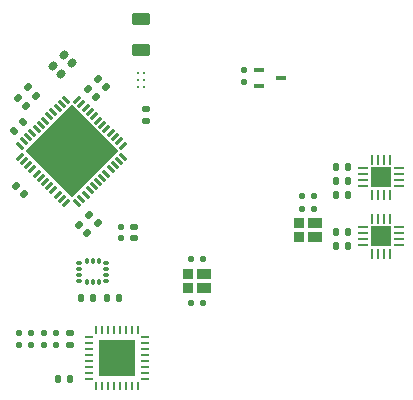
<source format=gtp>
G04*
G04 #@! TF.GenerationSoftware,Altium Limited,Altium Designer,20.0.13 (296)*
G04*
G04 Layer_Color=8421504*
%FSLAX25Y25*%
%MOIN*%
G70*
G01*
G75*
G04:AMPARAMS|DCode=14|XSize=25.59mil|YSize=21.65mil|CornerRadius=5.41mil|HoleSize=0mil|Usage=FLASHONLY|Rotation=270.000|XOffset=0mil|YOffset=0mil|HoleType=Round|Shape=RoundedRectangle|*
%AMROUNDEDRECTD14*
21,1,0.02559,0.01083,0,0,270.0*
21,1,0.01476,0.02165,0,0,270.0*
1,1,0.01083,-0.00541,-0.00738*
1,1,0.01083,-0.00541,0.00738*
1,1,0.01083,0.00541,0.00738*
1,1,0.01083,0.00541,-0.00738*
%
%ADD14ROUNDEDRECTD14*%
%ADD15O,0.03347X0.00984*%
%ADD16O,0.00984X0.03347*%
%ADD17R,0.06693X0.06693*%
%ADD18R,0.00984X0.00984*%
G04:AMPARAMS|DCode=19|XSize=25.59mil|YSize=21.65mil|CornerRadius=5.41mil|HoleSize=0mil|Usage=FLASHONLY|Rotation=45.000|XOffset=0mil|YOffset=0mil|HoleType=Round|Shape=RoundedRectangle|*
%AMROUNDEDRECTD19*
21,1,0.02559,0.01083,0,0,45.0*
21,1,0.01476,0.02165,0,0,45.0*
1,1,0.01083,0.00905,0.00139*
1,1,0.01083,-0.00139,-0.00905*
1,1,0.01083,-0.00905,-0.00139*
1,1,0.01083,0.00139,0.00905*
%
%ADD19ROUNDEDRECTD19*%
G04:AMPARAMS|DCode=20|XSize=21.65mil|YSize=21.65mil|CornerRadius=5.41mil|HoleSize=0mil|Usage=FLASHONLY|Rotation=90.000|XOffset=0mil|YOffset=0mil|HoleType=Round|Shape=RoundedRectangle|*
%AMROUNDEDRECTD20*
21,1,0.02165,0.01083,0,0,90.0*
21,1,0.01083,0.02165,0,0,90.0*
1,1,0.01083,0.00541,0.00541*
1,1,0.01083,0.00541,-0.00541*
1,1,0.01083,-0.00541,-0.00541*
1,1,0.01083,-0.00541,0.00541*
%
%ADD20ROUNDEDRECTD20*%
%ADD21R,0.04528X0.03347*%
%ADD22R,0.03740X0.03347*%
%ADD23R,0.04528X0.03819*%
%ADD24R,0.03740X0.03819*%
%ADD25R,0.03347X0.01772*%
G04:AMPARAMS|DCode=26|XSize=21.65mil|YSize=21.65mil|CornerRadius=5.41mil|HoleSize=0mil|Usage=FLASHONLY|Rotation=0.000|XOffset=0mil|YOffset=0mil|HoleType=Round|Shape=RoundedRectangle|*
%AMROUNDEDRECTD26*
21,1,0.02165,0.01083,0,0,0.0*
21,1,0.01083,0.02165,0,0,0.0*
1,1,0.01083,0.00541,-0.00541*
1,1,0.01083,-0.00541,-0.00541*
1,1,0.01083,-0.00541,0.00541*
1,1,0.01083,0.00541,0.00541*
%
%ADD26ROUNDEDRECTD26*%
%ADD27O,0.01378X0.02362*%
%ADD28O,0.02362X0.01378*%
%ADD29O,0.00984X0.02756*%
%ADD30O,0.02756X0.00984*%
%ADD31R,0.12402X0.12402*%
G04:AMPARAMS|DCode=32|XSize=25.59mil|YSize=21.65mil|CornerRadius=5.41mil|HoleSize=0mil|Usage=FLASHONLY|Rotation=180.000|XOffset=0mil|YOffset=0mil|HoleType=Round|Shape=RoundedRectangle|*
%AMROUNDEDRECTD32*
21,1,0.02559,0.01083,0,0,180.0*
21,1,0.01476,0.02165,0,0,180.0*
1,1,0.01083,-0.00738,0.00541*
1,1,0.01083,0.00738,0.00541*
1,1,0.01083,0.00738,-0.00541*
1,1,0.01083,-0.00738,-0.00541*
%
%ADD32ROUNDEDRECTD32*%
%ADD33P,0.31180X4X180.0*%
G04:AMPARAMS|DCode=34|XSize=9.84mil|YSize=33.47mil|CornerRadius=0mil|HoleSize=0mil|Usage=FLASHONLY|Rotation=135.000|XOffset=0mil|YOffset=0mil|HoleType=Round|Shape=Round|*
%AMOVALD34*
21,1,0.02362,0.00984,0.00000,0.00000,225.0*
1,1,0.00984,0.00835,0.00835*
1,1,0.00984,-0.00835,-0.00835*
%
%ADD34OVALD34*%

G04:AMPARAMS|DCode=35|XSize=9.84mil|YSize=33.47mil|CornerRadius=0mil|HoleSize=0mil|Usage=FLASHONLY|Rotation=225.000|XOffset=0mil|YOffset=0mil|HoleType=Round|Shape=Round|*
%AMOVALD35*
21,1,0.02362,0.00984,0.00000,0.00000,315.0*
1,1,0.00984,-0.00835,0.00835*
1,1,0.00984,0.00835,-0.00835*
%
%ADD35OVALD35*%

G04:AMPARAMS|DCode=36|XSize=39.37mil|YSize=62.99mil|CornerRadius=9.84mil|HoleSize=0mil|Usage=FLASHONLY|Rotation=90.000|XOffset=0mil|YOffset=0mil|HoleType=Round|Shape=RoundedRectangle|*
%AMROUNDEDRECTD36*
21,1,0.03937,0.04331,0,0,90.0*
21,1,0.01968,0.06299,0,0,90.0*
1,1,0.01968,0.02165,0.00984*
1,1,0.01968,0.02165,-0.00984*
1,1,0.01968,-0.02165,-0.00984*
1,1,0.01968,-0.02165,0.00984*
%
%ADD36ROUNDEDRECTD36*%
G04:AMPARAMS|DCode=37|XSize=27.56mil|YSize=29.53mil|CornerRadius=6.89mil|HoleSize=0mil|Usage=FLASHONLY|Rotation=315.000|XOffset=0mil|YOffset=0mil|HoleType=Round|Shape=RoundedRectangle|*
%AMROUNDEDRECTD37*
21,1,0.02756,0.01575,0,0,315.0*
21,1,0.01378,0.02953,0,0,315.0*
1,1,0.01378,-0.00070,-0.01044*
1,1,0.01378,-0.01044,-0.00070*
1,1,0.01378,0.00070,0.01044*
1,1,0.01378,0.01044,0.00070*
%
%ADD37ROUNDEDRECTD37*%
G04:AMPARAMS|DCode=38|XSize=25.59mil|YSize=21.65mil|CornerRadius=5.41mil|HoleSize=0mil|Usage=FLASHONLY|Rotation=135.000|XOffset=0mil|YOffset=0mil|HoleType=Round|Shape=RoundedRectangle|*
%AMROUNDEDRECTD38*
21,1,0.02559,0.01083,0,0,135.0*
21,1,0.01476,0.02165,0,0,135.0*
1,1,0.01083,-0.00139,0.00905*
1,1,0.01083,0.00905,-0.00139*
1,1,0.01083,0.00139,-0.00905*
1,1,0.01083,-0.00905,0.00139*
%
%ADD38ROUNDEDRECTD38*%
D14*
X39764Y46260D02*
D03*
X35827D02*
D03*
X23524Y19291D02*
D03*
X19587D02*
D03*
X116142Y90059D02*
D03*
X112205D02*
D03*
X116142Y80610D02*
D03*
X112205D02*
D03*
X116142Y63583D02*
D03*
X112205D02*
D03*
X116142Y68307D02*
D03*
X112205D02*
D03*
X116142Y85335D02*
D03*
X112205D02*
D03*
X27165Y46260D02*
D03*
X31102D02*
D03*
D15*
X133071Y83661D02*
D03*
Y85630D02*
D03*
Y87598D02*
D03*
Y89567D02*
D03*
X121260D02*
D03*
Y87598D02*
D03*
Y85630D02*
D03*
Y83661D02*
D03*
X133071Y63976D02*
D03*
Y65945D02*
D03*
Y67913D02*
D03*
Y69882D02*
D03*
X121260D02*
D03*
Y67913D02*
D03*
Y65945D02*
D03*
Y63976D02*
D03*
D16*
X130118Y92520D02*
D03*
X128150D02*
D03*
X126181D02*
D03*
X124213D02*
D03*
Y80709D02*
D03*
X126181D02*
D03*
X128150D02*
D03*
X130118D02*
D03*
X130118Y72835D02*
D03*
X128150D02*
D03*
X126181D02*
D03*
X124213D02*
D03*
Y61024D02*
D03*
X126181D02*
D03*
X128150D02*
D03*
X130118D02*
D03*
D17*
X127165Y86614D02*
D03*
X127165Y66929D02*
D03*
D18*
X48228Y121405D02*
D03*
X48228Y119095D02*
D03*
Y116783D02*
D03*
X46260D02*
D03*
Y119095D02*
D03*
Y121405D02*
D03*
D19*
X29415Y116156D02*
D03*
X32199Y113372D02*
D03*
X32748Y119516D02*
D03*
X35531Y116732D02*
D03*
X29907Y74128D02*
D03*
X32691Y71344D02*
D03*
X5399Y83675D02*
D03*
X8183Y80892D02*
D03*
X8872Y110419D02*
D03*
X6088Y113203D02*
D03*
X12219Y113766D02*
D03*
X9435Y116549D02*
D03*
X26364Y70683D02*
D03*
X29148Y67899D02*
D03*
D20*
X104724Y76181D02*
D03*
X100787D02*
D03*
X104724Y80216D02*
D03*
X100787D02*
D03*
X67716Y59252D02*
D03*
X63779D02*
D03*
X63779Y44685D02*
D03*
X67716D02*
D03*
D21*
X105217Y71378D02*
D03*
X68209Y54449D02*
D03*
D22*
X99902Y71378D02*
D03*
X62894Y54449D02*
D03*
D23*
X105217Y66693D02*
D03*
X68209Y49764D02*
D03*
D24*
X99902Y66693D02*
D03*
X62894Y49764D02*
D03*
D25*
X86516Y122244D02*
D03*
Y117126D02*
D03*
X93799Y119685D02*
D03*
D26*
X81595Y118307D02*
D03*
Y122244D02*
D03*
X18898Y30709D02*
D03*
Y34646D02*
D03*
X6496Y30709D02*
D03*
Y34646D02*
D03*
X10630Y30709D02*
D03*
Y34646D02*
D03*
X14764Y30709D02*
D03*
Y34646D02*
D03*
X40453Y66240D02*
D03*
Y70177D02*
D03*
D27*
X29134Y58661D02*
D03*
X31102D02*
D03*
X33071D02*
D03*
Y51575D02*
D03*
X31102D02*
D03*
X29134D02*
D03*
D28*
X35630Y58071D02*
D03*
Y56102D02*
D03*
Y54134D02*
D03*
Y52165D02*
D03*
X26575D02*
D03*
Y54134D02*
D03*
Y56102D02*
D03*
Y58071D02*
D03*
D29*
X32283Y16929D02*
D03*
X34252D02*
D03*
X36220D02*
D03*
X38189D02*
D03*
X40157D02*
D03*
X42126D02*
D03*
X44094D02*
D03*
X46063D02*
D03*
Y35827D02*
D03*
X44094D02*
D03*
X42126D02*
D03*
X40157D02*
D03*
X38189D02*
D03*
X36220D02*
D03*
X34252D02*
D03*
X32283D02*
D03*
D30*
X48622Y19488D02*
D03*
Y21457D02*
D03*
Y23425D02*
D03*
Y25394D02*
D03*
Y27362D02*
D03*
Y29331D02*
D03*
Y31299D02*
D03*
Y33268D02*
D03*
X29724D02*
D03*
Y31299D02*
D03*
Y29331D02*
D03*
Y27362D02*
D03*
Y25394D02*
D03*
Y23425D02*
D03*
Y21457D02*
D03*
Y19488D02*
D03*
D31*
X39173Y26378D02*
D03*
D32*
X23425Y30709D02*
D03*
Y34646D02*
D03*
X44783Y70177D02*
D03*
Y66240D02*
D03*
X48917Y105315D02*
D03*
Y109252D02*
D03*
D33*
X24016Y95276D02*
D03*
D34*
X22137Y78085D02*
D03*
X20745Y79477D02*
D03*
X19353Y80869D02*
D03*
X17961Y82261D02*
D03*
X16569Y83653D02*
D03*
X15177Y85045D02*
D03*
X13785Y86437D02*
D03*
X12393Y87829D02*
D03*
X11001Y89221D02*
D03*
X9609Y90613D02*
D03*
X8217Y92005D02*
D03*
X6825Y93397D02*
D03*
X25895Y112466D02*
D03*
X27287Y111074D02*
D03*
X28679Y109682D02*
D03*
X30071Y108290D02*
D03*
X31463Y106898D02*
D03*
X32855Y105506D02*
D03*
X34247Y104114D02*
D03*
X35638Y102723D02*
D03*
X37030Y101330D02*
D03*
X38422Y99939D02*
D03*
X39814Y98547D02*
D03*
X41206Y97155D02*
D03*
D35*
X6825Y97155D02*
D03*
X8217Y98547D02*
D03*
X9609Y99939D02*
D03*
X11001Y101330D02*
D03*
X12393Y102723D02*
D03*
X13785Y104114D02*
D03*
X15177Y105506D02*
D03*
X16569Y106898D02*
D03*
X17961Y108290D02*
D03*
X19353Y109682D02*
D03*
X20745Y111074D02*
D03*
X22137Y112466D02*
D03*
X41206Y93397D02*
D03*
X39814Y92005D02*
D03*
X38422Y90613D02*
D03*
X37030Y89221D02*
D03*
X35638Y87829D02*
D03*
X34247Y86437D02*
D03*
X32855Y85045D02*
D03*
X31463Y83653D02*
D03*
X30071Y82261D02*
D03*
X28679Y80869D02*
D03*
X27287Y79477D02*
D03*
X25895Y78085D02*
D03*
D36*
X47244Y139370D02*
D03*
Y129134D02*
D03*
D37*
X21550Y127484D02*
D03*
X17792Y123725D02*
D03*
X20576Y120942D02*
D03*
X24334Y124700D02*
D03*
D38*
X4907Y102151D02*
D03*
X7691Y104935D02*
D03*
M02*

</source>
